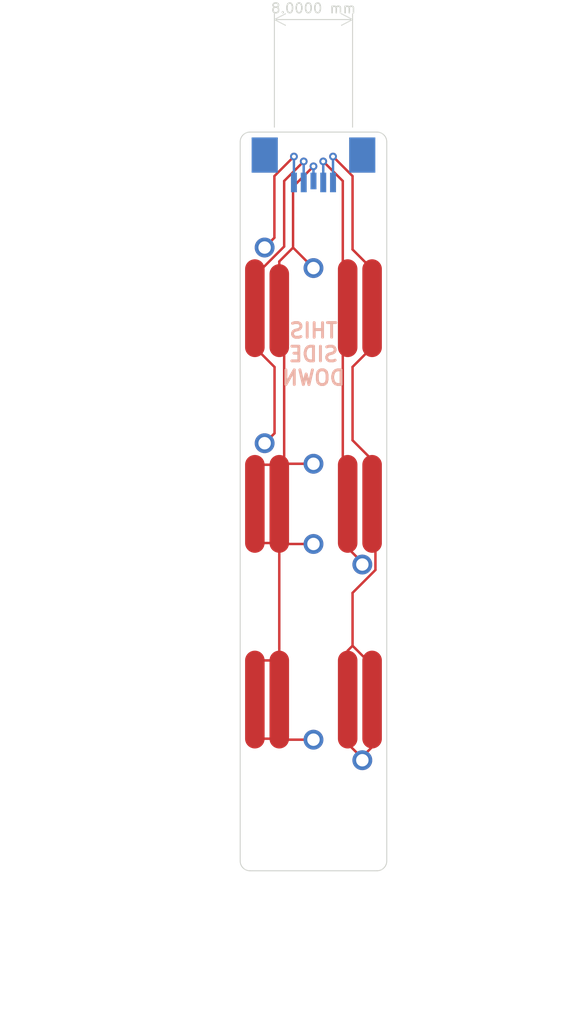
<source format=kicad_pcb>
(kicad_pcb (version 20221018) (generator pcbnew)
  (layers (0 "F.Cu" signal) (31 "B.Cu" signal) (36 "B.SilkS" user "B.Silkscreen") (37 "F.SilkS" user "F.Silkscreen") (38 "B.Mask" user) (39 "F.Mask" user) (44 "Edge.Cuts" user))
  (net 0 "")
  (net 1 "Column")
  (net 2 "Row1")
  (net 3 "Row2")
  (net 4 "Row3")
  (net 5 "Row4")
  (footprint "panelization:NPTH 2.2mm" (layer "F.Cu") (at 157.5 90)
    (fp_text reference "REF**" hide)
    (fp_text value "NPTH 2.2mm")
    (pad "" np_thru_hole circle (at 0 0) (size 2.2 2.2) (drill 2.2) (layers "F&B.Cu" "*.Mask"))
  )
  (footprint "panelization:NPTH 2.2mm" (layer "F.Cu") (at 157.5 50)
    (fp_text reference "REF**" hide)
    (fp_text value "NPTH 2.2mm")
    (pad "" np_thru_hole circle (at 0 0) (size 2.2 2.2) (drill 2.2) (layers "F&B.Cu" "*.Mask"))
  )
  (footprint "keyswitches:SW_PG1350" (layer "F.Cu") (at 157.5 100 180)
    (fp_text reference "SW4" hide)
    (fp_text value "SW_Push" hide)
    (pad "" np_thru_hole circle (at -5.5 0 180) (size 1.7018 1.7018) (drill 1.7018) (layers "*.Cu" "*.Mask"))
    (pad "" np_thru_hole circle (at 0 0 180) (size 3.429 3.429) (drill 3.429) (layers "*.Cu" "*.Mask"))
    (pad "" np_thru_hole circle (at 5.5 0 180) (size 1.7018 1.7018) (drill 1.7018) (layers "*.Cu" "*.Mask"))
    (pad "1" thru_hole circle (at 0 5.9 180) (size 2.032 2.032) (drill 1.27) (layers "*.Cu" "*.Mask") (net 1 "Column"))
    (pad "2" thru_hole circle (at -5 3.8 180) (size 2.032 2.032) (drill 1.27) (layers "*.Cu" "*.Mask") (net 5 "Row4"))
  )
  (footprint "keyswitches:SW_PG1350" (layer "F.Cu") (at 157.5 40)
    (fp_text reference "SW1" hide)
    (fp_text value "SW_Push" hide)
    (pad "" np_thru_hole circle (at -5.5 0) (size 1.7018 1.7018) (drill 1.7018) (layers "*.Cu" "*.Mask"))
    (pad "" np_thru_hole circle (at 0 0) (size 3.429 3.429) (drill 3.429) (layers "*.Cu" "*.Mask"))
    (pad "" np_thru_hole circle (at 5.5 0) (size 1.7018 1.7018) (drill 1.7018) (layers "*.Cu" "*.Mask"))
    (pad "1" thru_hole circle (at 0 5.9) (size 2.032 2.032) (drill 1.27) (layers "*.Cu" "*.Mask") (net 1 "Column"))
    (pad "2" thru_hole circle (at -5 3.8) (size 2.032 2.032) (drill 1.27) (layers "*.Cu" "*.Mask") (net 2 "Row1"))
  )
  (footprint "keyswitches:SW_PG1350" (layer "F.Cu") (at 157.5 80 180)
    (fp_text reference "SW3" hide)
    (fp_text value "SW_Push" hide)
    (pad "" np_thru_hole circle (at -5.5 0 180) (size 1.7018 1.7018) (drill 1.7018) (layers "*.Cu" "*.Mask"))
    (pad "" np_thru_hole circle (at 0 0 180) (size 3.429 3.429) (drill 3.429) (layers "*.Cu" "*.Mask"))
    (pad "" np_thru_hole circle (at 5.5 0 180) (size 1.7018 1.7018) (drill 1.7018) (layers "*.Cu" "*.Mask"))
    (pad "1" thru_hole circle (at 0 5.9 180) (size 2.032 2.032) (drill 1.27) (layers "*.Cu" "*.Mask") (net 1 "Column"))
    (pad "2" thru_hole circle (at -5 3.8 180) (size 2.032 2.032) (drill 1.27) (layers "*.Cu" "*.Mask") (net 4 "Row3"))
  )
  (footprint "panelization:NPTH 2.2mm" (layer "F.Cu") (at 157.5 70)
    (fp_text reference "REF**" hide)
    (fp_text value "NPTH 2.2mm")
    (pad "" np_thru_hole circle (at 0 0) (size 2.2 2.2) (drill 2.2) (layers "F&B.Cu" "*.Mask"))
  )
  (footprint "keyswitches:SW_PG1350" (layer "F.Cu") (at 157.5 60)
    (fp_text reference "SW2" hide)
    (fp_text value "SW_Push" hide)
    (pad "" np_thru_hole circle (at -5.5 0) (size 1.7018 1.7018) (drill 1.7018) (layers "*.Cu" "*.Mask"))
    (pad "" np_thru_hole circle (at 0 0) (size 3.429 3.429) (drill 3.429) (layers "*.Cu" "*.Mask"))
    (pad "" np_thru_hole circle (at 5.5 0) (size 1.7018 1.7018) (drill 1.7018) (layers "*.Cu" "*.Mask"))
    (pad "1" thru_hole circle (at 0 5.9) (size 2.032 2.032) (drill 1.27) (layers "*.Cu" "*.Mask") (net 1 "Column"))
    (pad "2" thru_hole circle (at -5 3.8) (size 2.032 2.032) (drill 1.27) (layers "*.Cu" "*.Mask") (net 3 "Row2"))
  )
  (footprint "Connector_FFC-FPC:TE_84952-5_1x05-1MP_P1.0mm_Horizontal" (layer "B.Cu") (at 157.5 35.35)
    (fp_text reference "J1" hide)
    (fp_text value "Conn_01x05_Pin")
    (pad "1" smd rect (at -2 1.8) (size 0.61 2) (layers "B.Cu" "B.Paste" "B.Mask") (net 2 "Row1"))
    (pad "2" smd rect (at -1 1.8) (size 0.61 2) (layers "B.Cu" "B.Paste" "B.Mask") (net 3 "Row2"))
    (pad "3" smd rect (at 0 1.65) (size 0.61 1.7) (layers "B.Cu" "B.Paste" "B.Mask") (net 1 "Column"))
    (pad "4" smd rect (at 1 1.8) (size 0.61 2) (layers "B.Cu" "B.Paste" "B.Mask") (net 4 "Row3"))
    (pad "5" smd rect (at 2 1.8) (size 0.61 2) (layers "B.Cu" "B.Paste" "B.Mask") (net 5 "Row4"))
    (pad "MP" smd rect (at -4.99 -1) (size 2.68 3.6) (layers "B.Cu" "B.Paste" "B.Mask"))
    (pad "MP" smd rect (at 4.99 -1) (size 2.68 3.6) (layers "B.Cu" "B.Paste" "B.Mask"))
  )
  (gr_arc (start 164 32) (mid 164.707107 32.292893) (end 165 33) (stroke (width 0.1)) (layer "Edge.Cuts"))
  (gr_line (start 164 107.5) (end 151 107.5) (stroke (width 0.1)) (layer "Edge.Cuts"))
  (gr_arc (start 165 106.5) (mid 164.707107 107.207107) (end 164 107.5) (stroke (width 0.1)) (layer "Edge.Cuts"))
  (gr_line (start 150 106.5) (end 150 33) (stroke (width 0.1)) (layer "Edge.Cuts"))
  (gr_arc (start 151 107.5) (mid 150.292893 107.207107) (end 150 106.5) (stroke (width 0.1)) (layer "Edge.Cuts"))
  (gr_line (start 165 33) (end 165 106.5) (stroke (width 0.1)) (layer "Edge.Cuts"))
  (gr_arc (start 150 33) (mid 150.292893 32.292893) (end 151 32) (stroke (width 0.1)) (layer "Edge.Cuts"))
  (gr_line (start 151 32) (end 164 32) (stroke (width 0.1)) (layer "Edge.Cuts"))
  (gr_text "THIS\nSIDE\nDOWN" (at 157.5 58) (layer "B.SilkS") (effects (font (size 1.5 1.5) (thickness 0.3) bold) (justify bottom mirror)))
  (dimension (type orthogonal) (layer "Edge.Cuts") (pts (xy 153.5 32) (xy 161.5 32)) (height -11.5) (orientation 0) (gr_text "8.0000 mm" (at 157.5 19.35) (layer "Edge.Cuts") (effects (font (size 1 1) (thickness 0.15)))) (format (prefix "") (suffix "") (units 3) (units_format 1) (precision 4)) (style (thickness 0.1) (arrow_length 1.27) (text_position_mode 0) (extension_height 0.58642) (extension_offset 0.5) keep_text_aligned))
  (segment (start 157.5 45.9) (end 155.4105 43.8105) (width 0.25) (layer "F.Cu") (net 1))
  (segment (start 154 74) (end 154 66) (width 2) (layer "F.Cu") (net 1))
  (segment (start 154.1 94.1) (end 154 94) (width 0.25) (layer "F.Cu") (net 1))
  (segment (start 154 46.5) (end 154 54) (width 2) (layer "F.Cu") (net 1))
  (segment (start 154.5 54.5) (end 154 54) (width 0.25) (layer "F.Cu") (net 1))
  (segment (start 154 45.221) (end 155.4105 43.8105) (width 0.25) (layer "F.Cu") (net 1))
  (segment (start 155.4105 43.8105) (end 155.4105 37.5895) (width 0.25) (layer "F.Cu") (net 1))
  (segment (start 151.5 86) (end 154 86) (width 0.25) (layer "F.Cu") (net 1))
  (segment (start 154 66) (end 151.5 66) (width 0.25) (layer "F.Cu") (net 1))
  (segment (start 154.1 74.1) (end 154 74) (width 0.25) (layer "F.Cu") (net 1))
  (segment (start 154 86) (end 154 94) (width 2) (layer "F.Cu") (net 1))
  (segment (start 154 74.2) (end 154.1 74.1) (width 0.25) (layer "F.Cu") (net 1))
  (segment (start 154.5 65.5) (end 154.5 54.5) (width 0.25) (layer "F.Cu") (net 1))
  (segment (start 154 86) (end 154 74.2) (width 0.25) (layer "F.Cu") (net 1))
  (segment (start 157.5 65.9) (end 154.1 65.9) (width 0.25) (layer "F.Cu") (net 1))
  (segment (start 151.5 94) (end 151.5 86) (width 2) (layer "F.Cu") (net 1))
  (segment (start 151.5 66) (end 151.5 74) (width 2) (layer "F.Cu") (net 1))
  (segment (start 157.5 74.1) (end 154.1 74.1) (width 0.25) (layer "F.Cu") (net 1))
  (segment (start 154 94) (end 151.5 94) (width 0.25) (layer "F.Cu") (net 1))
  (segment (start 154 74) (end 151.5 74) (width 0.25) (layer "F.Cu") (net 1))
  (segment (start 155.4105 37.5895) (end 157.5 35.5) (width 0.25) (layer "F.Cu") (net 1))
  (segment (start 154 46.5) (end 154 45.221) (width 0.25) (layer "F.Cu") (net 1))
  (segment (start 157.5 94.1) (end 154.1 94.1) (width 0.25) (layer "F.Cu") (net 1))
  (segment (start 154.1 65.9) (end 154 66) (width 0.25) (layer "F.Cu") (net 1))
  (segment (start 154 66) (end 154.5 65.5) (width 0.25) (layer "F.Cu") (net 1))
  (via (at 157.5 35.5) (size 0.8) (drill 0.4) (layers "F.Cu" "B.Cu") (net 1))
  (segment (start 157.5 35.5) (end 157.5 37) (width 0.25) (layer "B.Cu") (net 1))
  (segment (start 153.5 36.5) (end 155.5 34.5) (width 0.25) (layer "F.Cu") (net 2))
  (segment (start 153.5 42.8) (end 153.5 36.5) (width 0.25) (layer "F.Cu") (net 2))
  (segment (start 152.5 43.8) (end 153.5 42.8) (width 0.25) (layer "F.Cu") (net 2))
  (via (at 155.5 34.5) (size 0.8) (drill 0.4) (layers "F.Cu" "B.Cu") (net 2))
  (segment (start 155.5 34.5) (end 155.5 37.15) (width 0.25) (layer "B.Cu") (net 2))
  (segment (start 152.196462 46) (end 154.5 43.696462) (width 0.25) (layer "F.Cu") (net 3))
  (segment (start 154.5 43.696462) (end 154.5 37) (width 0.25) (layer "F.Cu") (net 3))
  (segment (start 151.5 46) (end 152.196462 46) (width 0.25) (layer "F.Cu") (net 3))
  (segment (start 153.515999 62.784001) (end 153.515999 56.015999) (width 0.25) (layer "F.Cu") (net 3))
  (segment (start 152.5 63.8) (end 153.515999 62.784001) (width 0.25) (layer "F.Cu") (net 3))
  (segment (start 151.5 46) (end 151.5 54) (width 2) (layer "F.Cu") (net 3))
  (segment (start 153.515999 56.015999) (end 151.5 54) (width 0.25) (layer "F.Cu") (net 3))
  (segment (start 154.5 37) (end 156.5 35) (width 0.25) (layer "F.Cu") (net 3))
  (via (at 156.5 35) (size 0.8) (drill 0.4) (layers "F.Cu" "B.Cu") (net 3))
  (segment (start 156.5 35) (end 156.5 37.15) (width 0.25) (layer "B.Cu") (net 3))
  (segment (start 162.5 76.2) (end 162.5 76) (width 0.25) (layer "F.Cu") (net 4))
  (segment (start 161 74) (end 161 66) (width 2) (layer "F.Cu") (net 4))
  (segment (start 161 66) (end 160.5 65.5) (width 0.25) (layer "F.Cu") (net 4))
  (segment (start 160.5 54.5) (end 161 54) (width 0.25) (layer "F.Cu") (net 4))
  (segment (start 161 54) (end 161 46) (width 2) (layer "F.Cu") (net 4))
  (segment (start 160.5 65.5) (end 160.5 54.5) (width 0.25) (layer "F.Cu") (net 4))
  (segment (start 160.5 37) (end 158.5 35) (width 0.25) (layer "F.Cu") (net 4))
  (segment (start 162.5 76) (end 161 74.5) (width 0.25) (layer "F.Cu") (net 4))
  (segment (start 160.5 45.5) (end 160.5 37) (width 0.25) (layer "F.Cu") (net 4))
  (segment (start 161 46) (end 160.5 45.5) (width 0.25) (layer "F.Cu") (net 4))
  (segment (start 161 74.5) (end 161 74) (width 0.25) (layer "F.Cu") (net 4))
  (via (at 158.5 35) (size 0.8) (drill 0.4) (layers "F.Cu" "B.Cu") (net 4))
  (segment (start 158.5 35) (end 158.5 37.15) (width 0.25) (layer "B.Cu") (net 4))
  (segment (start 163.5 94) (end 163.5 94.85) (width 0.25) (layer "F.Cu") (net 5))
  (segment (start 162.5 96) (end 161 94.5) (width 0.25) (layer "F.Cu") (net 5))
  (segment (start 162.5 95.85) (end 162.5 96.2) (width 0.25) (layer "F.Cu") (net 5))
  (segment (start 163.5 65.5) (end 163.5 66) (width 0.25) (layer "F.Cu") (net 5))
  (segment (start 163.841 74.341) (end 163.841 76.755461) (width 0.25) (layer "F.Cu") (net 5))
  (segment (start 161.5 63.5) (end 163.5 65.5) (width 0.25) (layer "F.Cu") (net 5))
  (segment (start 163.5 94.85) (end 162.5 95.85) (width 0.25) (layer "F.Cu") (net 5))
  (segment (start 163.5 74) (end 163.5 66) (width 2) (layer "F.Cu") (net 5))
  (segment (start 163.5 54) (end 163.5 46) (width 2) (layer "F.Cu") (net 5))
  (segment (start 161 94) (end 161 86) (width 2) (layer "F.Cu") (net 5))
  (segment (start 163.841 76.755461) (end 161.5 79.096461) (width 0.25) (layer "F.Cu") (net 5))
  (segment (start 161.5 36.5) (end 159.5 34.5) (width 0.25) (layer "F.Cu") (net 5))
  (segment (start 161.5 44) (end 161.5 36.5) (width 0.25) (layer "F.Cu") (net 5))
  (segment (start 163.5 74) (end 163.841 74.341) (width 0.25) (layer "F.Cu") (net 5))
  (segment (start 163.5 94) (end 163.5 86) (width 2) (layer "F.Cu") (net 5))
  (segment (start 161 94.5) (end 161 94) (width 0.25) (layer "F.Cu") (net 5))
  (segment (start 163 86) (end 161.7741 84.7741) (width 0.25) (layer "F.Cu") (net 5))
  (segment (start 162.5 96.2) (end 162.5 96) (width 0.25) (layer "F.Cu") (net 5))
  (segment (start 161 86) (end 161 85) (width 0.25) (layer "F.Cu") (net 5))
  (segment (start 161.5 79.096461) (end 161.5 84.5) (width 0.25) (layer "F.Cu") (net 5))
  (segment (start 163.5 54) (end 161.5 56) (width 0.25) (layer "F.Cu") (net 5))
  (segment (start 163.5 86) (end 163 86) (width 0.25) (layer "F.Cu") (net 5))
  (segment (start 163.5 46) (end 161.5 44) (width 0.25) (layer "F.Cu") (net 5))
  (segment (start 161 85) (end 161.5 84.5) (width 0.25) (layer "F.Cu") (net 5))
  (segment (start 161.5 84.5) (end 161.7741 84.7741) (width 0.25) (layer "F.Cu") (net 5))
  (segment (start 161.5 56) (end 161.5 63.5) (width 0.25) (layer "F.Cu") (net 5))
  (via (at 159.5 34.5) (size 0.8) (drill 0.4) (layers "F.Cu" "B.Cu") (net 5))
  (segment (start 159.5 34.5) (end 159.5 37.15) (width 0.25) (layer "B.Cu") (net 5))
)
</source>
